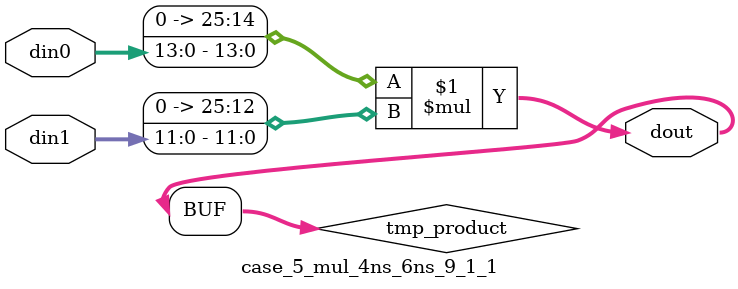
<source format=v>

`timescale 1 ns / 1 ps

 (* use_dsp = "no" *)  module case_5_mul_4ns_6ns_9_1_1(din0, din1, dout);
parameter ID = 1;
parameter NUM_STAGE = 0;
parameter din0_WIDTH = 14;
parameter din1_WIDTH = 12;
parameter dout_WIDTH = 26;

input [din0_WIDTH - 1 : 0] din0; 
input [din1_WIDTH - 1 : 0] din1; 
output [dout_WIDTH - 1 : 0] dout;

wire signed [dout_WIDTH - 1 : 0] tmp_product;
























assign tmp_product = $signed({1'b0, din0}) * $signed({1'b0, din1});











assign dout = tmp_product;





















endmodule

</source>
